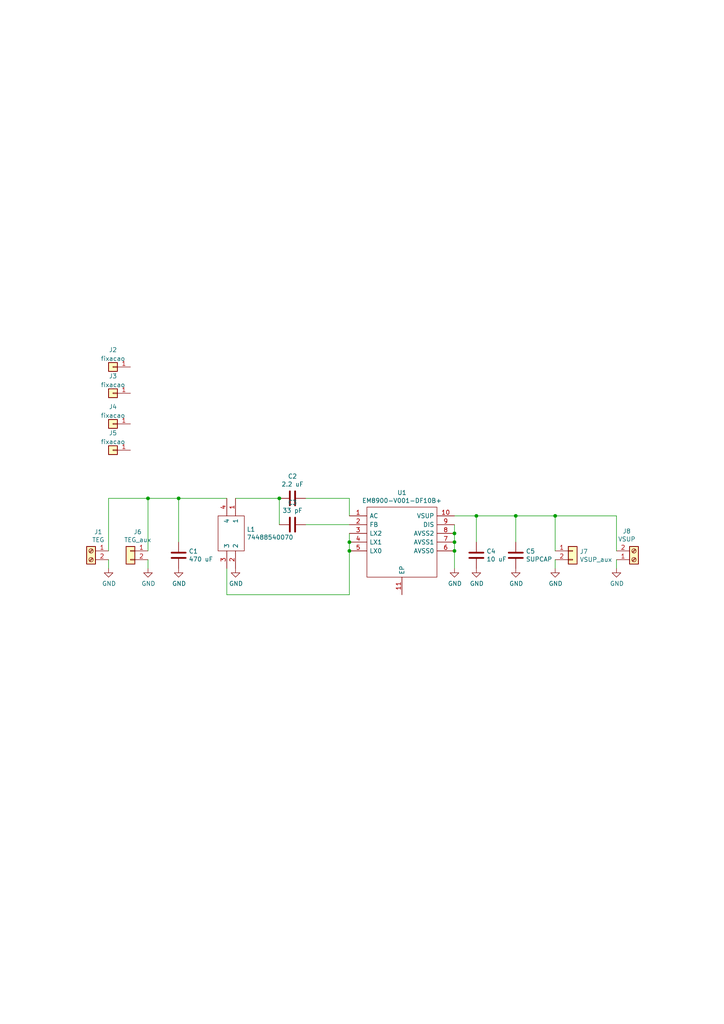
<source format=kicad_sch>
(kicad_sch (version 20230121) (generator eeschema)
  (paper "A4" portrait)
  (title_block (title "Circuito de Colheita de Energia - EM8900"))
  (lib_symbols
    (symbol "Connector:Screw_Terminal_01x02" (pin_names (offset 1.016) hide)
      (property "Reference" "J" (at 0 2.54 0))
      (property "Value" "Screw_Terminal_01x02" (at 0 -5.08 0))
      (symbol "Screw_Terminal_01x02_1_1"
        (rectangle (start -1.27 1.27) (end 1.27 -3.81) (stroke (width 0.254)) (fill (type background)))
        (circle (center 0 -2.54) (radius 0.635) (stroke (width 0.1524)))
        (polyline (pts (xy -0.5334 -2.2098) (xy 0.3302 -3.048)) (stroke (width 0.1524)))
        (polyline (pts (xy -0.5334 0.3302) (xy 0.3302 -0.508)) (stroke (width 0.1524)))
        (polyline (pts (xy -0.3556 -2.032) (xy 0.508 -2.8702)) (stroke (width 0.1524)))
        (polyline (pts (xy -0.3556 0.508) (xy 0.508 -0.3302)) (stroke (width 0.1524)))
        (circle (center 0 0) (radius 0.635) (stroke (width 0.1524)))
        (pin passive line (at -5.08 0 0) (length 3.81) (name "Pin_1") (number "1"))
        (pin passive line (at -5.08 -2.54 0) (length 3.81) (name "Pin_2") (number "2"))
      )
    )
    (symbol "Connector_Generic:Conn_01x01" (pin_names (offset 1.016) hide)
      (property "Reference" "J" (at 0 2.54 0))
      (property "Value" "Conn_01x01" (at 0 -2.54 0))
      (symbol "Conn_01x01_1_1"
        (rectangle (start -1.27 0.127) (end 0 -0.127) (stroke (width 0.1524)))
        (rectangle (start -1.27 1.27) (end 1.27 -1.27) (stroke (width 0.254)) (fill (type background)))
        (pin passive line (at -5.08 0 0) (length 3.81) (name "Pin_1") (number "1"))
      )
    )
    (symbol "Connector_Generic:Conn_01x02" (pin_names (offset 1.016) hide)
      (property "Reference" "J" (at 0 2.54 0))
      (property "Value" "Conn_01x02" (at 0 -5.08 0))
      (symbol "Conn_01x02_1_1"
        (rectangle (start -1.27 -2.413) (end 0 -2.667) (stroke (width 0.1524)))
        (rectangle (start -1.27 0.127) (end 0 -0.127) (stroke (width 0.1524)))
        (rectangle (start -1.27 1.27) (end 1.27 -3.81) (stroke (width 0.254)) (fill (type background)))
        (pin passive line (at -5.08 0 0) (length 3.81) (name "Pin_1") (number "1"))
        (pin passive line (at -5.08 -2.54 0) (length 3.81) (name "Pin_2") (number "2"))
      )
    )
    (symbol "Device:C" (pin_numbers hide) (pin_names (offset 0.254))
      (property "Reference" "C" (at 0.635 2.54 0))
      (property "Value" "C" (at 0.635 -2.54 0))
      (symbol "C_0_1"
        (polyline (pts (xy -2.032 -0.762) (xy 2.032 -0.762)) (stroke (width 0.508)))
        (polyline (pts (xy -2.032 0.762) (xy 2.032 0.762)) (stroke (width 0.508)))
      )
      (symbol "C_1_1"
        (pin passive line (at 0 3.81 270) (length 2.794) (name "~") (number "1"))
        (pin passive line (at 0 -3.81 90) (length 2.794) (name "~") (number "2"))
      )
    )
    (symbol "SamacSys_Parts:74488540070" (pin_names (offset 0.762))
      (property "Reference" "L" (at 16.51 7.62 0))
      (property "Value" "SamacSys_Parts_74488540070" (at 16.51 5.08 0))
      (symbol "74488540070_0_0"
        (pin passive line (at 0 -2.54 0) (length 5.08) (name "1") (number "1"))
        (pin passive line (at 20.32 -2.54 180) (length 5.08) (name "2") (number "2"))
        (pin passive line (at 20.32 0 180) (length 5.08) (name "3") (number "3"))
        (pin passive line (at 0 0 0) (length 5.08) (name "4") (number "4"))
      )
      (symbol "74488540070_0_1"
        (polyline (pts (xy 5.08 2.54) (xy 15.24 2.54) (xy 15.24 -5.08) (xy 5.08 -5.08) (xy 5.08 2.54)) (stroke (width 0.1524)))
      )
    )
    (symbol "SamacSys_Parts:EM8900-V001-DF10B+" (pin_names (offset 0.762))
      (property "Reference" "IC" (at 26.67 7.62 0))
      (property "Value" "SamacSys_Parts_EM8900-V001-DF10B+" (at 26.67 5.08 0))
      (symbol "EM8900-V001-DF10B+_0_0"
        (pin passive line (at 0 0 0) (length 5.08) (name "AC") (number "1"))
        (pin passive line (at 30.48 0 180) (length 5.08) (name "VSUP") (number "10"))
        (pin passive line (at 15.24 -22.86 90) (length 5.08) (name "EP") (number "11"))
        (pin passive line (at 0 -2.54 0) (length 5.08) (name "FB") (number "2"))
        (pin passive line (at 0 -5.08 0) (length 5.08) (name "LX2") (number "3"))
        (pin passive line (at 0 -7.62 0) (length 5.08) (name "LX1") (number "4"))
        (pin passive line (at 0 -10.16 0) (length 5.08) (name "LX0") (number "5"))
        (pin passive line (at 30.48 -10.16 180) (length 5.08) (name "AVSS0") (number "6"))
        (pin passive line (at 30.48 -7.62 180) (length 5.08) (name "AVSS1") (number "7"))
        (pin passive line (at 30.48 -5.08 180) (length 5.08) (name "AVSS2") (number "8"))
        (pin passive line (at 30.48 -2.54 180) (length 5.08) (name "DIS") (number "9"))
      )
      (symbol "EM8900-V001-DF10B+_0_1"
        (polyline (pts (xy 5.08 2.54) (xy 25.4 2.54) (xy 25.4 -17.78) (xy 5.08 -17.78) (xy 5.08 2.54)) (stroke (width 0.1524)))
      )
    )
    (symbol "power:GND" (power) (pin_names (offset 0))
      (property "Value" "GND" (at 0 -3.81 0))
      (symbol "GND_0_1"
        (polyline (pts (xy 0 0) (xy 0 -1.27) (xy 1.27 -1.27) (xy 0 -2.54) (xy -1.27 -1.27) (xy 0 -1.27)))
      )
      (symbol "GND_1_1"
        (pin power_in line (at 0 0 270) (length 0) hide (name "GND") (number "1"))
      )
    )
  )
  (junction (at 42.926 144.526))
  (junction (at 161.036 149.606))
  (junction (at 101.346 157.226))
  (junction (at 131.826 157.226))
  (junction (at 138.176 149.606))
  (junction (at 131.826 159.766))
  (junction (at 149.606 149.606))
  (junction (at 51.816 144.526))
  (junction (at 81.026 144.526))
  (junction (at 101.346 159.766))
  (junction (at 131.826 154.686))
  (wire (pts (xy 42.926 159.766) (xy 42.926 144.526)))
  (wire (pts (xy 178.816 162.306) (xy 178.816 164.846)))
  (wire (pts (xy 178.816 149.606) (xy 178.816 159.766)))
  (wire (pts (xy 131.826 159.766) (xy 131.826 164.846)))
  (wire (pts (xy 161.036 162.306) (xy 161.036 164.846)))
  (wire (pts (xy 131.826 149.606) (xy 138.176 149.606)))
  (wire (pts (xy 81.026 144.526) (xy 68.326 144.526)))
  (wire (pts (xy 101.346 144.526) (xy 88.646 144.526)))
  (wire (pts (xy 101.346 149.606) (xy 101.346 144.526)))
  (wire (pts (xy 65.786 172.466) (xy 101.346 172.466)))
  (wire (pts (xy 65.786 164.846) (xy 65.786 172.466)))
  (wire (pts (xy 31.496 162.306) (xy 31.496 164.846)))
  (wire (pts (xy 161.036 149.606) (xy 178.816 149.606)))
  (wire (pts (xy 131.826 157.226) (xy 131.826 159.766)))
  (wire (pts (xy 31.496 144.526) (xy 42.926 144.526)))
  (wire (pts (xy 131.826 152.146) (xy 131.826 154.686)))
  (wire (pts (xy 138.176 149.606) (xy 149.606 149.606)))
  (wire (pts (xy 51.816 144.526) (xy 65.786 144.526)))
  (wire (pts (xy 161.036 149.606) (xy 161.036 159.766)))
  (wire (pts (xy 131.826 154.686) (xy 131.826 157.226)))
  (wire (pts (xy 138.176 149.606) (xy 138.176 157.226)))
  (wire (pts (xy 101.346 152.146) (xy 88.646 152.146)))
  (wire (pts (xy 42.926 162.306) (xy 42.926 164.846)))
  (wire (pts (xy 42.926 144.526) (xy 51.816 144.526)))
  (wire (pts (xy 149.606 157.226) (xy 149.606 149.606)))
  (wire (pts (xy 101.346 154.686) (xy 101.346 157.226)))
  (wire (pts (xy 31.496 159.766) (xy 31.496 144.526)))
  (wire (pts (xy 51.816 157.226) (xy 51.816 144.526)))
  (wire (pts (xy 81.026 152.146) (xy 81.026 144.526)))
  (wire (pts (xy 101.346 157.226) (xy 101.346 159.766)))
  (wire (pts (xy 149.606 149.606) (xy 161.036 149.606)))
  (wire (pts (xy 101.346 172.466) (xy 101.346 159.766)))
  (symbol (lib_id "SamacSys_Parts:EM8900-V001-DF10B+") (at 101.346 149.606 0) (unit 1)
    (property "Reference" "U1" (at 116.586 142.875 0))
    (property "Value" "EM8900-V001-DF10B+" (at 116.586 145.1864 0))
    (property "Footprint" "SON50P300X300X90-11N-D" (effects hide))
    (property "Description" "ULTRA-LOW VOLTAGE DCDC BOOST CONVERTER FOR THERMAL ELECTRICAL GENERATOR, DFN-10" (effects hide))
    (property "Height" "0.9" (effects hide))
    (property "Manufacturer_Name" "EM MICROELECTRONIC" (effects hide))
    (property "Manufacturer_Part_Number" "EM8900-V001-DF10B+" (effects hide))
  )
  (symbol (lib_id "Device:C") (at 84.836 144.526 270) (unit 1)
    (property "Reference" "C2" (at 84.836 138.1252 90))
    (property "Value" "2.2 uF" (at 84.836 140.4366 90))
    (property "Footprint" "Capacitor_SMD:C_0805_2012Metric" (effects hide))
  )
  (symbol (lib_id "Device:C") (at 84.836 152.146 270) (unit 1)
    (property "Reference" "C3" (at 84.836 145.7452 90))
    (property "Value" "33 pF" (at 84.836 148.0566 90))
    (property "Footprint" "Capacitor_SMD:C_0805_2012Metric" (effects hide))
  )
  (symbol (lib_id "Device:C") (at 51.816 161.036 180) (unit 1)
    (property "Reference" "C1" (at 54.737 159.8676 0) (effects (justify right)))
    (property "Value" "470 uF" (at 54.737 162.179 0) (effects (justify right)))
    (property "Footprint" "Capacitor_SMD:C_0805_2012Metric" (effects hide))
  )
  (symbol (lib_id "Device:C") (at 138.176 161.036 180) (unit 1)
    (property "Reference" "C4" (at 141.097 159.8676 0) (effects (justify right)))
    (property "Value" "10 uF" (at 141.097 162.179 0) (effects (justify right)))
    (property "Footprint" "Capacitor_SMD:C_0805_2012Metric" (effects hide))
  )
  (symbol (lib_id "SamacSys_Parts:74488540070") (at 65.786 144.526 90) (mirror x) (unit 1)
    (property "Reference" "L1" (at 71.5772 153.5176 90) (effects (justify right)))
    (property "Value" "74488540070" (at 71.5772 155.829 90) (effects (justify right)))
    (property "Footprint" "74488540070" (effects hide))
    (property "Datasheet" "http://katalog.we-online.com/pbs/datasheet/74488540070.pdf" (effects hide))
    (property "Description" "Energy Harvesting Inductor WE-EHPI 7.5uH Wurth WE-EHPI Series Shielded Wire-wound SMD Inductor with a Ferrite Core, 7 uH +/-20% 1.9A Idc" (effects hide))
    (property "Height" "4" (effects hide))
    (property "Manufacturer_Name" "Wurth Elektronik" (effects hide))
    (property "Manufacturer_Part_Number" "74488540070" (effects hide))
    (property "Mouser Part Number" "710-74488540070" (effects hide))
    (property "Mouser Price/Stock" "https://www.mouser.co.uk/ProductDetail/Wurth-Elektronik/74488540070?qs=BXmE%252BJ0Y7xZ448CDAQuf4w%3D%3D" (effects hide))
  )
  (symbol (lib_id "power:GND") (at 51.816 164.846 0) (unit 1)
    (property "Reference" "#PWR03" (effects hide))
    (property "Value" "GND" (at 51.943 169.2402 0))
  )
  (symbol (lib_id "power:GND") (at 68.326 164.846 0) (unit 1)
    (property "Reference" "#PWR04" (effects hide))
    (property "Value" "GND" (at 68.453 169.2402 0))
  )
  (symbol (lib_id "power:GND") (at 138.176 164.846 0) (unit 1)
    (property "Reference" "#PWR06" (effects hide))
    (property "Value" "GND" (at 138.303 169.2402 0))
  )
  (symbol (lib_id "power:GND") (at 131.826 164.846 0) (unit 1)
    (property "Reference" "#PWR05" (effects hide))
    (property "Value" "GND" (at 131.953 169.2402 0))
  )
  (symbol (lib_id "Connector_Generic:Conn_01x02") (at 37.846 159.766 0) (mirror y) (unit 1)
    (property "Reference" "J6" (at 39.9288 154.2542 0))
    (property "Value" "TEG_aux" (at 39.9288 156.5656 0))
    (property "Footprint" "Connector_PinHeader_2.54mm:PinHeader_1x02_P2.54mm_Vertical" (effects hide))
  )
  (symbol (lib_id "power:GND") (at 42.926 164.846 0) (unit 1)
    (property "Reference" "#PWR02" (effects hide))
    (property "Value" "GND" (at 43.053 169.2402 0))
  )
  (symbol (lib_id "Connector_Generic:Conn_01x02") (at 166.116 159.766 0) (unit 1)
    (property "Reference" "J7" (at 168.148 159.9692 0) (effects (justify left)))
    (property "Value" "VSUP_aux" (at 168.148 162.2806 0) (effects (justify left)))
    (property "Footprint" "Connector_PinHeader_2.54mm:PinHeader_1x02_P2.54mm_Vertical" (effects hide))
  )
  (symbol (lib_id "power:GND") (at 161.036 164.846 0) (unit 1)
    (property "Reference" "#PWR08" (effects hide))
    (property "Value" "GND" (at 161.163 169.2402 0))
  )
  (symbol (lib_id "Connector:Screw_Terminal_01x02") (at 26.416 159.766 0) (mirror y) (unit 1)
    (property "Reference" "J1" (at 28.4988 154.2542 0))
    (property "Value" "TEG" (at 28.4988 156.5656 0))
    (property "Footprint" "TerminalBlock:TerminalBlock_Altech_AK300-2_P5.00mm" (effects hide))
  )
  (symbol (lib_id "power:GND") (at 31.496 164.846 0) (unit 1)
    (property "Reference" "#PWR01" (effects hide))
    (property "Value" "GND" (at 31.623 169.2402 0))
  )
  (symbol (lib_id "Connector:Screw_Terminal_01x02") (at 183.896 162.306 0) (mirror x) (unit 1)
    (property "Reference" "J8" (at 181.8132 154.051 0))
    (property "Value" "VSUP" (at 181.8132 156.3624 0))
    (property "Footprint" "TerminalBlock:TerminalBlock_Altech_AK300-2_P5.00mm" (effects hide))
  )
  (symbol (lib_id "power:GND") (at 178.816 164.846 0) (unit 1)
    (property "Reference" "#PWR09" (effects hide))
    (property "Value" "GND" (at 178.943 169.2402 0))
  )
  (symbol (lib_id "Device:C") (at 149.606 161.036 0) (unit 1)
    (property "Reference" "C5" (at 152.527 159.8676 0) (effects (justify left)))
    (property "Value" "SUPCAP" (at 152.527 162.179 0) (effects (justify left)))
    (property "Footprint" "Capacitor_THT:CP_Radial_D8.0mm_P5.00mm" (effects hide))
  )
  (symbol (lib_id "power:GND") (at 149.606 164.846 0) (unit 1)
    (property "Reference" "#PWR07" (effects hide))
    (property "Value" "GND" (at 149.733 169.2402 0))
  )
  (symbol (lib_id "Connector_Generic:Conn_01x01") (at 32.766 106.426 180) (unit 1)
    (property "Reference" "J2" (at 32.766 101.4562 0))
    (property "Value" "fixacao" (at 32.766 103.9931 0))
    (property "Footprint" "Connector_PinHeader_2.54mm:PinHeader_1x01_P2.54mm_Vertical" (effects hide))
  )
  (symbol (lib_id "Connector_Generic:Conn_01x01") (at 32.766 122.936 180) (unit 1)
    (property "Reference" "J4" (at 32.766 117.9662 0))
    (property "Value" "fixacao" (at 32.766 120.5031 0))
    (property "Footprint" "Connector_PinHeader_2.54mm:PinHeader_1x01_P2.54mm_Vertical" (effects hide))
  )
  (symbol (lib_id "Connector_Generic:Conn_01x01") (at 32.766 114.046 180) (unit 1)
    (property "Reference" "J3" (at 32.766 109.0762 0))
    (property "Value" "fixacao" (at 32.766 111.6131 0))
    (property "Footprint" "Connector_PinHeader_2.54mm:PinHeader_1x01_P2.54mm_Vertical" (effects hide))
  )
  (symbol (lib_id "Connector_Generic:Conn_01x01") (at 32.766 130.556 180) (unit 1)
    (property "Reference" "J5" (at 32.766 125.5862 0))
    (property "Value" "fixacao" (at 32.766 128.1231 0))
    (property "Footprint" "Connector_PinHeader_2.54mm:PinHeader_1x01_P2.54mm_Vertical" (effects hide))
  )
)
</source>
